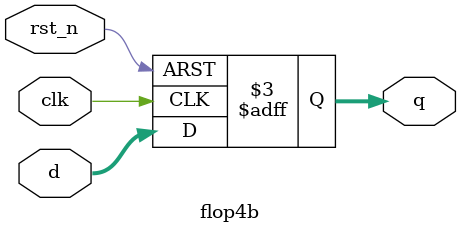
<source format=v>
module flop4b(q, d, clk, rst_n);
  input [3:0] d;
  input clk, rst_n;
  output reg [3:0] q;

  always @(posedge clk, negedge rst_n) begin
    if(~rst_n) begin
      q <= 4'b0;
    end
    else begin
      q <= d;
    end 
  end
endmodule

</source>
